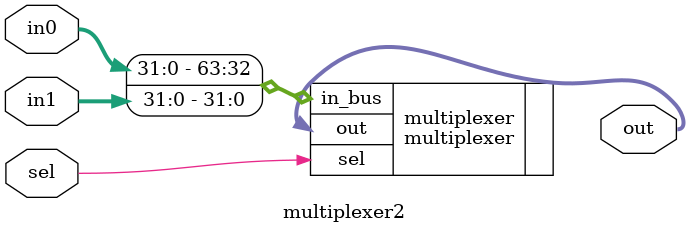
<source format=sv>

`include "config.sv"
`include "constants.sv"

module multiplexer2 #(
    parameter  WIDTH = 32
) (
    input  [WIDTH-1:0] in0,
    input  [WIDTH-1:0] in1,
    input              sel,
    output [WIDTH-1:0] out
);

    multiplexer #(
        .WIDTH(WIDTH),
        .CHANNELS(2)
    ) multiplexer (
        .in_bus({in0, in1}),
        .sel(sel),
        .out(out)
    );

endmodule


</source>
